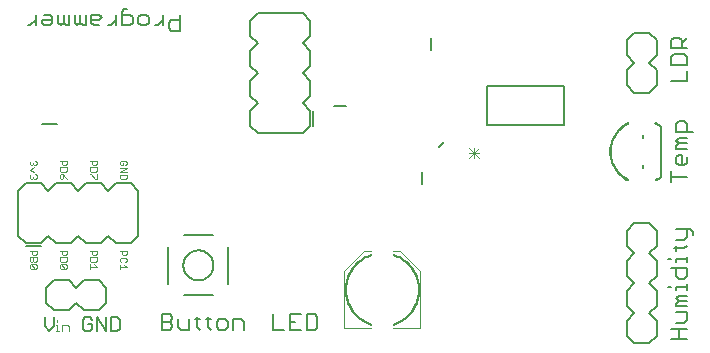
<source format=gto>
G75*
%MOIN*%
%OFA0B0*%
%FSLAX24Y24*%
%IPPOS*%
%LPD*%
%AMOC8*
5,1,8,0,0,1.08239X$1,22.5*
%
%ADD10C,0.0050*%
%ADD11C,0.0040*%
%ADD12C,0.0060*%
%ADD13C,0.0030*%
%ADD14C,0.0005*%
%ADD15C,0.0080*%
%ADD16C,0.0004*%
D10*
X002361Y001478D02*
X002511Y001328D01*
X002661Y001478D01*
X002661Y001779D01*
X002361Y001779D02*
X002361Y001478D01*
X003631Y001403D02*
X003706Y001328D01*
X003856Y001328D01*
X003931Y001403D01*
X003931Y001553D01*
X003781Y001553D01*
X003631Y001704D02*
X003631Y001403D01*
X003631Y001704D02*
X003706Y001779D01*
X003856Y001779D01*
X003931Y001704D01*
X004091Y001779D02*
X004392Y001328D01*
X004392Y001779D01*
X004552Y001779D02*
X004777Y001779D01*
X004852Y001704D01*
X004852Y001403D01*
X004777Y001328D01*
X004552Y001328D01*
X004552Y001779D01*
X004091Y001779D02*
X004091Y001328D01*
X022296Y006760D02*
X022296Y006866D01*
X022896Y006488D02*
X022896Y008138D01*
X022296Y007866D02*
X022296Y007760D01*
D11*
X014876Y003323D02*
X014206Y003993D01*
X013970Y003993D01*
X013222Y003993D02*
X012986Y003993D01*
X012316Y003323D01*
X012316Y001434D01*
X013222Y001434D01*
X013970Y001434D02*
X014876Y001434D01*
X014876Y003323D01*
X003148Y001478D02*
X003148Y001323D01*
X003148Y001478D02*
X003096Y001530D01*
X002941Y001530D01*
X002941Y001323D01*
X002829Y001323D02*
X002726Y001323D01*
X002778Y001323D02*
X002778Y001530D01*
X002726Y001530D01*
X002778Y001634D02*
X002778Y001685D01*
D12*
X006246Y001623D02*
X006516Y001623D01*
X006606Y001533D01*
X006606Y001443D01*
X006516Y001353D01*
X006246Y001353D01*
X006246Y001894D01*
X006516Y001894D01*
X006606Y001804D01*
X006606Y001714D01*
X006516Y001623D01*
X006798Y001714D02*
X006798Y001443D01*
X006889Y001353D01*
X007159Y001353D01*
X007159Y001714D01*
X007351Y001714D02*
X007531Y001714D01*
X007441Y001804D02*
X007441Y001443D01*
X007531Y001353D01*
X007809Y001443D02*
X007899Y001353D01*
X007809Y001443D02*
X007809Y001804D01*
X007719Y001714D02*
X007899Y001714D01*
X008088Y001623D02*
X008088Y001443D01*
X008178Y001353D01*
X008358Y001353D01*
X008448Y001443D01*
X008448Y001623D01*
X008358Y001714D01*
X008178Y001714D01*
X008088Y001623D01*
X008640Y001714D02*
X008640Y001353D01*
X009000Y001353D02*
X009000Y001623D01*
X008910Y001714D01*
X008640Y001714D01*
X009976Y001884D02*
X009976Y001343D01*
X010336Y001343D01*
X010528Y001343D02*
X010889Y001343D01*
X011081Y001343D02*
X011351Y001343D01*
X011441Y001433D01*
X011441Y001794D01*
X011351Y001884D01*
X011081Y001884D01*
X011081Y001343D01*
X010709Y001613D02*
X010528Y001613D01*
X010528Y001343D02*
X010528Y001884D01*
X010889Y001884D01*
X014916Y006213D02*
X014916Y006623D01*
X015496Y007453D02*
X015656Y007613D01*
X012406Y008813D02*
X012006Y008813D01*
X015236Y010703D02*
X015236Y011103D01*
X023226Y011018D02*
X023226Y010748D01*
X023766Y010748D01*
X023586Y010748D02*
X023586Y011018D01*
X023496Y011109D01*
X023316Y011109D01*
X023226Y011018D01*
X023586Y010928D02*
X023766Y011109D01*
X023676Y010556D02*
X023316Y010556D01*
X023226Y010466D01*
X023226Y010196D01*
X023766Y010196D01*
X023766Y010466D01*
X023676Y010556D01*
X023766Y010004D02*
X023766Y009643D01*
X023226Y009643D01*
X023496Y008311D02*
X023676Y008311D01*
X023766Y008221D01*
X023766Y007951D01*
X023946Y007951D02*
X023406Y007951D01*
X023406Y008221D01*
X023496Y008311D01*
X023496Y007759D02*
X023406Y007668D01*
X023496Y007578D01*
X023766Y007578D01*
X023766Y007759D02*
X023496Y007759D01*
X023496Y007578D02*
X023406Y007488D01*
X023406Y007398D01*
X023766Y007398D01*
X023586Y007206D02*
X023586Y006846D01*
X023676Y006846D02*
X023496Y006846D01*
X023406Y006936D01*
X023406Y007116D01*
X023496Y007206D01*
X023586Y007206D01*
X023766Y007116D02*
X023766Y006936D01*
X023676Y006846D01*
X023226Y006654D02*
X023226Y006293D01*
X023226Y006473D02*
X023766Y006473D01*
X023766Y004718D02*
X023766Y004448D01*
X023676Y004358D01*
X023406Y004358D01*
X023406Y004170D02*
X023406Y003990D01*
X023316Y004080D02*
X023676Y004080D01*
X023766Y004170D01*
X023766Y003802D02*
X023766Y003621D01*
X023766Y003712D02*
X023406Y003712D01*
X023406Y003621D01*
X023406Y003429D02*
X023406Y003159D01*
X023496Y003069D01*
X023676Y003069D01*
X023766Y003159D01*
X023766Y003429D01*
X023226Y003429D01*
X023226Y003712D02*
X023135Y003712D01*
X023135Y002791D02*
X023226Y002791D01*
X023406Y002791D02*
X023766Y002791D01*
X023766Y002701D02*
X023766Y002881D01*
X023406Y002791D02*
X023406Y002701D01*
X023496Y002509D02*
X023406Y002418D01*
X023496Y002328D01*
X023766Y002328D01*
X023766Y002148D02*
X023406Y002148D01*
X023406Y002238D01*
X023496Y002328D01*
X023496Y002509D02*
X023766Y002509D01*
X023766Y001956D02*
X023406Y001956D01*
X023766Y001956D02*
X023766Y001686D01*
X023676Y001596D01*
X023406Y001596D01*
X023496Y001404D02*
X023496Y001043D01*
X023766Y001043D02*
X023226Y001043D01*
X023226Y001404D02*
X023766Y001404D01*
X023946Y004538D02*
X023946Y004628D01*
X023856Y004718D01*
X023406Y004718D01*
X006846Y011333D02*
X006576Y011333D01*
X006486Y011423D01*
X006486Y011603D01*
X006576Y011693D01*
X006846Y011693D01*
X006846Y011873D02*
X006846Y011333D01*
X006294Y011513D02*
X006294Y011873D01*
X006294Y011693D02*
X006113Y011513D01*
X006023Y011513D01*
X005833Y011603D02*
X005833Y011783D01*
X005743Y011873D01*
X005563Y011873D01*
X005473Y011783D01*
X005473Y011603D01*
X005563Y011513D01*
X005743Y011513D01*
X005833Y011603D01*
X005281Y011603D02*
X005191Y011513D01*
X004920Y011513D01*
X004920Y011963D01*
X005010Y012053D01*
X005101Y012053D01*
X005191Y011873D02*
X004920Y011873D01*
X004728Y011873D02*
X004728Y011513D01*
X004548Y011513D02*
X004458Y011513D01*
X004548Y011513D02*
X004728Y011693D01*
X004268Y011783D02*
X004178Y011693D01*
X003907Y011693D01*
X003907Y011603D02*
X003907Y011873D01*
X004178Y011873D01*
X004268Y011783D01*
X003998Y011513D02*
X003907Y011603D01*
X003998Y011513D02*
X004178Y011513D01*
X003715Y011513D02*
X003625Y011513D01*
X003535Y011603D01*
X003445Y011513D01*
X003355Y011603D01*
X003355Y011873D01*
X003535Y011873D02*
X003535Y011603D01*
X003715Y011513D02*
X003715Y011873D01*
X003163Y011873D02*
X003163Y011513D01*
X003073Y011513D01*
X002983Y011603D01*
X002893Y011513D01*
X002803Y011603D01*
X002803Y011873D01*
X002983Y011873D02*
X002983Y011603D01*
X002610Y011603D02*
X002520Y011513D01*
X002340Y011513D01*
X002250Y011603D01*
X002250Y011693D01*
X002610Y011693D01*
X002610Y011783D02*
X002610Y011603D01*
X002610Y011783D02*
X002520Y011873D01*
X002340Y011873D01*
X002058Y011873D02*
X002058Y011513D01*
X002058Y011693D02*
X001878Y011513D01*
X001788Y011513D01*
X005191Y011873D02*
X005281Y011783D01*
X005281Y011603D01*
D13*
X005044Y006998D02*
X004898Y006998D01*
X004861Y006962D01*
X004861Y006888D01*
X004898Y006851D01*
X004971Y006851D01*
X004971Y006925D01*
X005044Y006998D02*
X005081Y006962D01*
X005081Y006888D01*
X005044Y006851D01*
X005081Y006768D02*
X004861Y006768D01*
X004861Y006621D02*
X005081Y006621D01*
X005081Y006538D02*
X005081Y006428D01*
X005044Y006391D01*
X004898Y006391D01*
X004861Y006428D01*
X004861Y006538D01*
X005081Y006538D01*
X005081Y006768D02*
X004861Y006621D01*
X004081Y006668D02*
X004044Y006631D01*
X003898Y006631D01*
X003861Y006668D01*
X003861Y006778D01*
X004081Y006778D01*
X004081Y006668D01*
X004081Y006548D02*
X004081Y006401D01*
X004044Y006401D01*
X003898Y006548D01*
X003861Y006548D01*
X003971Y006861D02*
X003934Y006898D01*
X003934Y007008D01*
X003861Y007008D02*
X004081Y007008D01*
X004081Y006898D01*
X004044Y006861D01*
X003971Y006861D01*
X003081Y006898D02*
X003044Y006861D01*
X002971Y006861D01*
X002934Y006898D01*
X002934Y007008D01*
X002861Y007008D02*
X003081Y007008D01*
X003081Y006898D01*
X003081Y006778D02*
X002861Y006778D01*
X002861Y006668D01*
X002898Y006631D01*
X003044Y006631D01*
X003081Y006668D01*
X003081Y006778D01*
X002971Y006548D02*
X002898Y006548D01*
X002861Y006511D01*
X002861Y006438D01*
X002898Y006401D01*
X002934Y006401D01*
X002971Y006438D01*
X002971Y006548D01*
X003044Y006474D01*
X003081Y006401D01*
X002081Y006438D02*
X002044Y006401D01*
X002008Y006401D01*
X001971Y006438D01*
X001934Y006401D01*
X001898Y006401D01*
X001861Y006438D01*
X001861Y006511D01*
X001898Y006548D01*
X001971Y006474D02*
X001971Y006438D01*
X002081Y006438D02*
X002081Y006511D01*
X002044Y006548D01*
X002008Y006631D02*
X001861Y006705D01*
X002008Y006778D01*
X002008Y006861D02*
X001971Y006898D01*
X001934Y006861D01*
X001898Y006861D01*
X001861Y006898D01*
X001861Y006972D01*
X001898Y007008D01*
X001971Y006935D02*
X001971Y006898D01*
X002008Y006861D02*
X002044Y006861D01*
X002081Y006898D01*
X002081Y006972D01*
X002044Y007008D01*
X002081Y004008D02*
X001861Y004008D01*
X001934Y004008D02*
X001934Y003898D01*
X001971Y003861D01*
X002044Y003861D01*
X002081Y003898D01*
X002081Y004008D01*
X002081Y003778D02*
X001861Y003778D01*
X001861Y003668D01*
X001898Y003631D01*
X001934Y003631D01*
X001971Y003668D01*
X001971Y003778D01*
X001971Y003668D02*
X002008Y003631D01*
X002044Y003631D01*
X002081Y003668D01*
X002081Y003778D01*
X002044Y003548D02*
X001898Y003548D01*
X002044Y003401D01*
X001898Y003401D01*
X001861Y003438D01*
X001861Y003511D01*
X001898Y003548D01*
X002044Y003548D02*
X002081Y003511D01*
X002081Y003438D01*
X002044Y003401D01*
X002861Y003438D02*
X002861Y003511D01*
X002898Y003548D01*
X003044Y003401D01*
X002898Y003401D01*
X002861Y003438D01*
X002898Y003548D02*
X003044Y003548D01*
X003081Y003511D01*
X003081Y003438D01*
X003044Y003401D01*
X003044Y003631D02*
X002898Y003631D01*
X002861Y003668D01*
X002861Y003778D01*
X003081Y003778D01*
X003081Y003668D01*
X003044Y003631D01*
X003044Y003861D02*
X002971Y003861D01*
X002934Y003898D01*
X002934Y004008D01*
X002861Y004008D02*
X003081Y004008D01*
X003081Y003898D01*
X003044Y003861D01*
X003861Y003778D02*
X003861Y003668D01*
X003898Y003631D01*
X004044Y003631D01*
X004081Y003668D01*
X004081Y003778D01*
X003861Y003778D01*
X003971Y003861D02*
X003934Y003898D01*
X003934Y004008D01*
X003861Y004008D02*
X004081Y004008D01*
X004081Y003898D01*
X004044Y003861D01*
X003971Y003861D01*
X004008Y003548D02*
X004081Y003474D01*
X003861Y003474D01*
X003861Y003401D02*
X003861Y003548D01*
X004861Y003538D02*
X004861Y003391D01*
X004861Y003464D02*
X005081Y003464D01*
X005008Y003538D01*
X005044Y003621D02*
X005081Y003658D01*
X005081Y003731D01*
X005044Y003768D01*
X004898Y003768D01*
X004861Y003731D01*
X004861Y003658D01*
X004898Y003621D01*
X004971Y003851D02*
X004934Y003888D01*
X004934Y003998D01*
X004861Y003998D02*
X005081Y003998D01*
X005081Y003888D01*
X005044Y003851D01*
X004971Y003851D01*
X016507Y007096D02*
X016821Y007410D01*
X016507Y007096D01*
X016507Y007253D02*
X016821Y007253D01*
X016507Y007253D01*
X016507Y007410D02*
X016821Y007096D01*
X016507Y007410D01*
X016664Y007410D02*
X016664Y007096D01*
X016664Y007410D01*
D14*
X022908Y008157D02*
X022880Y008121D01*
X022880Y008122D02*
X022832Y008157D01*
X022782Y008190D01*
X022730Y008220D01*
X022677Y008246D01*
X022695Y008287D01*
X022696Y008287D01*
X022752Y008259D01*
X022806Y008228D01*
X022858Y008194D01*
X022908Y008157D01*
X022906Y008154D01*
X022856Y008191D01*
X022804Y008225D01*
X022750Y008256D01*
X022694Y008284D01*
X022692Y008280D01*
X022748Y008252D01*
X022802Y008222D01*
X022853Y008188D01*
X022903Y008151D01*
X022901Y008148D01*
X022851Y008184D01*
X022799Y008218D01*
X022746Y008249D01*
X022691Y008276D01*
X022689Y008273D01*
X022744Y008245D01*
X022797Y008215D01*
X022849Y008181D01*
X022898Y008145D01*
X022896Y008141D01*
X022847Y008178D01*
X022795Y008211D01*
X022742Y008242D01*
X022687Y008269D01*
X022686Y008265D01*
X022740Y008238D01*
X022793Y008208D01*
X022844Y008175D01*
X022893Y008138D01*
X022891Y008135D01*
X022842Y008171D01*
X022791Y008205D01*
X022738Y008235D01*
X022684Y008262D01*
X022682Y008258D01*
X022736Y008231D01*
X022789Y008201D01*
X022840Y008168D01*
X022888Y008132D01*
X022886Y008129D01*
X022837Y008165D01*
X022787Y008198D01*
X022735Y008228D01*
X022681Y008255D01*
X022679Y008251D01*
X022733Y008224D01*
X022785Y008194D01*
X022835Y008161D01*
X022884Y008126D01*
X022881Y008123D01*
X022833Y008158D01*
X022783Y008191D01*
X022731Y008221D01*
X022677Y008247D01*
X021787Y008282D02*
X021806Y008242D01*
X021750Y008213D01*
X021696Y008182D01*
X021644Y008146D01*
X021595Y008108D01*
X021547Y008067D01*
X021503Y008023D01*
X021461Y007976D01*
X021422Y007927D01*
X021386Y007876D01*
X021353Y007822D01*
X021324Y007767D01*
X021298Y007710D01*
X021275Y007651D01*
X021256Y007592D01*
X021241Y007531D01*
X021230Y007469D01*
X021222Y007407D01*
X021218Y007344D01*
X021218Y007282D01*
X021222Y007219D01*
X021230Y007157D01*
X021241Y007095D01*
X021256Y007034D01*
X021275Y006975D01*
X021298Y006916D01*
X021324Y006859D01*
X021353Y006804D01*
X021386Y006750D01*
X021422Y006699D01*
X021461Y006650D01*
X021503Y006603D01*
X021547Y006559D01*
X021595Y006518D01*
X021644Y006480D01*
X021696Y006444D01*
X021750Y006413D01*
X021806Y006384D01*
X021787Y006344D01*
X021787Y006343D01*
X021728Y006373D01*
X021672Y006406D01*
X021618Y006443D01*
X021566Y006483D01*
X021517Y006526D01*
X021470Y006572D01*
X021426Y006621D01*
X021386Y006672D01*
X021348Y006725D01*
X021314Y006781D01*
X021283Y006839D01*
X021256Y006899D01*
X021233Y006960D01*
X021213Y007022D01*
X021197Y007086D01*
X021185Y007150D01*
X021177Y007215D01*
X021173Y007280D01*
X021173Y007346D01*
X021177Y007411D01*
X021185Y007476D01*
X021197Y007540D01*
X021213Y007604D01*
X021233Y007666D01*
X021256Y007727D01*
X021283Y007787D01*
X021314Y007845D01*
X021348Y007901D01*
X021386Y007954D01*
X021426Y008005D01*
X021470Y008054D01*
X021517Y008100D01*
X021566Y008143D01*
X021618Y008183D01*
X021672Y008220D01*
X021728Y008253D01*
X021787Y008283D01*
X021788Y008279D01*
X021730Y008249D01*
X021674Y008216D01*
X021620Y008180D01*
X021569Y008140D01*
X021519Y008097D01*
X021473Y008051D01*
X021429Y008003D01*
X021389Y007952D01*
X021352Y007898D01*
X021318Y007843D01*
X021287Y007785D01*
X021260Y007726D01*
X021237Y007665D01*
X021217Y007603D01*
X021201Y007539D01*
X021189Y007475D01*
X021181Y007411D01*
X021177Y007346D01*
X021177Y007280D01*
X021181Y007215D01*
X021189Y007151D01*
X021201Y007087D01*
X021217Y007023D01*
X021237Y006961D01*
X021260Y006900D01*
X021287Y006841D01*
X021318Y006783D01*
X021352Y006728D01*
X021389Y006674D01*
X021429Y006623D01*
X021473Y006575D01*
X021519Y006529D01*
X021569Y006486D01*
X021620Y006446D01*
X021674Y006410D01*
X021730Y006377D01*
X021788Y006347D01*
X021790Y006350D01*
X021732Y006380D01*
X021676Y006413D01*
X021623Y006450D01*
X021571Y006489D01*
X021522Y006532D01*
X021476Y006577D01*
X021432Y006626D01*
X021392Y006677D01*
X021355Y006730D01*
X021321Y006785D01*
X021291Y006843D01*
X021264Y006902D01*
X021240Y006962D01*
X021221Y007024D01*
X021205Y007087D01*
X021193Y007151D01*
X021185Y007216D01*
X021181Y007281D01*
X021181Y007345D01*
X021185Y007410D01*
X021193Y007475D01*
X021205Y007539D01*
X021221Y007602D01*
X021240Y007664D01*
X021264Y007724D01*
X021291Y007783D01*
X021321Y007841D01*
X021355Y007896D01*
X021392Y007949D01*
X021432Y008000D01*
X021476Y008049D01*
X021522Y008094D01*
X021571Y008137D01*
X021623Y008176D01*
X021676Y008213D01*
X021732Y008246D01*
X021790Y008276D01*
X021792Y008272D01*
X021734Y008242D01*
X021679Y008209D01*
X021625Y008173D01*
X021574Y008134D01*
X021525Y008091D01*
X021479Y008046D01*
X021436Y007998D01*
X021395Y007947D01*
X021358Y007894D01*
X021324Y007839D01*
X021294Y007782D01*
X021267Y007723D01*
X021244Y007662D01*
X021225Y007601D01*
X021209Y007538D01*
X021197Y007474D01*
X021189Y007410D01*
X021185Y007345D01*
X021185Y007281D01*
X021189Y007216D01*
X021197Y007152D01*
X021209Y007088D01*
X021225Y007025D01*
X021244Y006964D01*
X021267Y006903D01*
X021294Y006844D01*
X021324Y006787D01*
X021358Y006732D01*
X021395Y006679D01*
X021436Y006628D01*
X021479Y006580D01*
X021525Y006535D01*
X021574Y006492D01*
X021625Y006453D01*
X021679Y006417D01*
X021734Y006384D01*
X021792Y006354D01*
X021794Y006358D01*
X021736Y006387D01*
X021681Y006420D01*
X021627Y006456D01*
X021576Y006495D01*
X021528Y006538D01*
X021482Y006583D01*
X021439Y006631D01*
X021398Y006681D01*
X021362Y006734D01*
X021328Y006789D01*
X021298Y006846D01*
X021271Y006905D01*
X021248Y006965D01*
X021229Y007026D01*
X021213Y007089D01*
X021201Y007152D01*
X021193Y007216D01*
X021189Y007281D01*
X021189Y007345D01*
X021193Y007410D01*
X021201Y007474D01*
X021213Y007537D01*
X021229Y007600D01*
X021248Y007661D01*
X021271Y007721D01*
X021298Y007780D01*
X021328Y007837D01*
X021362Y007892D01*
X021398Y007945D01*
X021439Y007995D01*
X021482Y008043D01*
X021528Y008088D01*
X021576Y008131D01*
X021627Y008170D01*
X021681Y008206D01*
X021736Y008239D01*
X021794Y008268D01*
X021795Y008265D01*
X021738Y008235D01*
X021683Y008203D01*
X021630Y008167D01*
X021579Y008128D01*
X021530Y008085D01*
X021485Y008040D01*
X021442Y007993D01*
X021402Y007942D01*
X021365Y007890D01*
X021331Y007835D01*
X021301Y007778D01*
X021275Y007720D01*
X021252Y007660D01*
X021232Y007598D01*
X021217Y007536D01*
X021205Y007473D01*
X021197Y007409D01*
X021193Y007345D01*
X021193Y007281D01*
X021197Y007217D01*
X021205Y007153D01*
X021217Y007090D01*
X021232Y007028D01*
X021252Y006966D01*
X021275Y006906D01*
X021301Y006848D01*
X021331Y006791D01*
X021365Y006736D01*
X021402Y006684D01*
X021442Y006633D01*
X021485Y006586D01*
X021530Y006541D01*
X021579Y006498D01*
X021630Y006459D01*
X021683Y006423D01*
X021738Y006391D01*
X021795Y006361D01*
X021797Y006365D01*
X021740Y006394D01*
X021685Y006427D01*
X021632Y006463D01*
X021581Y006502D01*
X021533Y006544D01*
X021487Y006588D01*
X021445Y006636D01*
X021405Y006686D01*
X021368Y006739D01*
X021335Y006793D01*
X021305Y006850D01*
X021278Y006908D01*
X021255Y006968D01*
X021236Y007029D01*
X021221Y007091D01*
X021209Y007154D01*
X021201Y007217D01*
X021197Y007281D01*
X021197Y007345D01*
X021201Y007409D01*
X021209Y007472D01*
X021221Y007535D01*
X021236Y007597D01*
X021255Y007658D01*
X021278Y007718D01*
X021305Y007776D01*
X021335Y007833D01*
X021368Y007887D01*
X021405Y007940D01*
X021445Y007990D01*
X021487Y008038D01*
X021533Y008082D01*
X021581Y008124D01*
X021632Y008163D01*
X021685Y008199D01*
X021740Y008232D01*
X021797Y008261D01*
X021799Y008257D01*
X021742Y008228D01*
X021687Y008196D01*
X021634Y008160D01*
X021584Y008121D01*
X021536Y008080D01*
X021490Y008035D01*
X021448Y007987D01*
X021408Y007937D01*
X021372Y007885D01*
X021338Y007831D01*
X021308Y007775D01*
X021282Y007717D01*
X021259Y007657D01*
X021240Y007596D01*
X021225Y007534D01*
X021213Y007472D01*
X021205Y007408D01*
X021201Y007345D01*
X021201Y007281D01*
X021205Y007218D01*
X021213Y007154D01*
X021225Y007092D01*
X021240Y007030D01*
X021259Y006969D01*
X021282Y006909D01*
X021308Y006851D01*
X021338Y006795D01*
X021372Y006741D01*
X021408Y006689D01*
X021448Y006639D01*
X021490Y006591D01*
X021536Y006546D01*
X021584Y006505D01*
X021634Y006466D01*
X021687Y006430D01*
X021742Y006398D01*
X021799Y006369D01*
X021800Y006372D01*
X021744Y006401D01*
X021689Y006433D01*
X021637Y006469D01*
X021586Y006508D01*
X021538Y006549D01*
X021493Y006594D01*
X021451Y006641D01*
X021411Y006691D01*
X021375Y006743D01*
X021342Y006797D01*
X021312Y006853D01*
X021286Y006911D01*
X021263Y006970D01*
X021244Y007031D01*
X021229Y007092D01*
X021217Y007155D01*
X021209Y007218D01*
X021205Y007281D01*
X021205Y007345D01*
X021209Y007408D01*
X021217Y007471D01*
X021229Y007534D01*
X021244Y007595D01*
X021263Y007656D01*
X021286Y007715D01*
X021312Y007773D01*
X021342Y007829D01*
X021375Y007883D01*
X021411Y007935D01*
X021451Y007985D01*
X021493Y008032D01*
X021538Y008077D01*
X021586Y008118D01*
X021637Y008157D01*
X021689Y008193D01*
X021744Y008225D01*
X021800Y008254D01*
X021802Y008250D01*
X021746Y008221D01*
X021691Y008189D01*
X021639Y008154D01*
X021589Y008115D01*
X021541Y008074D01*
X021496Y008029D01*
X021454Y007982D01*
X021415Y007933D01*
X021378Y007881D01*
X021345Y007827D01*
X021316Y007771D01*
X021289Y007713D01*
X021267Y007654D01*
X021248Y007594D01*
X021233Y007533D01*
X021221Y007471D01*
X021213Y007408D01*
X021209Y007345D01*
X021209Y007281D01*
X021213Y007218D01*
X021221Y007155D01*
X021233Y007093D01*
X021248Y007032D01*
X021267Y006972D01*
X021289Y006913D01*
X021316Y006855D01*
X021345Y006799D01*
X021378Y006745D01*
X021415Y006693D01*
X021454Y006644D01*
X021496Y006597D01*
X021541Y006552D01*
X021589Y006511D01*
X021639Y006472D01*
X021691Y006437D01*
X021746Y006405D01*
X021802Y006376D01*
X021804Y006379D01*
X021748Y006408D01*
X021693Y006440D01*
X021641Y006476D01*
X021591Y006514D01*
X021544Y006555D01*
X021499Y006600D01*
X021457Y006646D01*
X021418Y006696D01*
X021382Y006747D01*
X021349Y006801D01*
X021319Y006857D01*
X021293Y006914D01*
X021271Y006973D01*
X021252Y007033D01*
X021236Y007094D01*
X021225Y007156D01*
X021217Y007219D01*
X021213Y007282D01*
X021213Y007344D01*
X021217Y007407D01*
X021225Y007470D01*
X021236Y007532D01*
X021252Y007593D01*
X021271Y007653D01*
X021293Y007712D01*
X021319Y007769D01*
X021349Y007825D01*
X021382Y007879D01*
X021418Y007930D01*
X021457Y007980D01*
X021499Y008026D01*
X021544Y008071D01*
X021591Y008112D01*
X021641Y008150D01*
X021693Y008186D01*
X021748Y008218D01*
X021804Y008247D01*
X021805Y008243D01*
X021750Y008214D01*
X021696Y008182D01*
X021644Y008147D01*
X021594Y008109D01*
X021547Y008068D01*
X021502Y008024D01*
X021460Y007977D01*
X021421Y007928D01*
X021385Y007876D01*
X021352Y007823D01*
X021323Y007767D01*
X021297Y007710D01*
X021274Y007652D01*
X021256Y007592D01*
X021240Y007531D01*
X021229Y007469D01*
X021221Y007407D01*
X021217Y007344D01*
X021217Y007282D01*
X021221Y007219D01*
X021229Y007157D01*
X021240Y007095D01*
X021256Y007034D01*
X021274Y006974D01*
X021297Y006916D01*
X021323Y006859D01*
X021352Y006803D01*
X021385Y006750D01*
X021421Y006698D01*
X021460Y006649D01*
X021502Y006602D01*
X021547Y006558D01*
X021594Y006517D01*
X021644Y006479D01*
X021696Y006444D01*
X021750Y006412D01*
X021805Y006383D01*
X022705Y006344D02*
X022686Y006384D01*
X022737Y006410D01*
X022787Y006439D01*
X022834Y006470D01*
X022880Y006504D01*
X022908Y006469D01*
X022860Y006433D01*
X022810Y006400D01*
X022759Y006370D01*
X022705Y006343D01*
X022704Y006347D01*
X022757Y006374D01*
X022808Y006404D01*
X022858Y006436D01*
X022906Y006472D01*
X022903Y006475D01*
X022856Y006440D01*
X022806Y006407D01*
X022755Y006377D01*
X022702Y006351D01*
X022700Y006354D01*
X022753Y006381D01*
X022804Y006411D01*
X022853Y006443D01*
X022901Y006478D01*
X022898Y006481D01*
X022851Y006446D01*
X022802Y006414D01*
X022751Y006384D01*
X022698Y006358D01*
X022697Y006361D01*
X022749Y006388D01*
X022800Y006417D01*
X022849Y006450D01*
X022896Y006485D01*
X022893Y006488D01*
X022846Y006453D01*
X022798Y006421D01*
X022747Y006391D01*
X022695Y006365D01*
X022693Y006369D01*
X022745Y006395D01*
X022796Y006424D01*
X022844Y006456D01*
X022891Y006491D01*
X022888Y006494D01*
X022842Y006459D01*
X022793Y006428D01*
X022743Y006398D01*
X022692Y006372D01*
X022690Y006376D01*
X022741Y006402D01*
X022791Y006431D01*
X022840Y006463D01*
X022886Y006497D01*
X022884Y006500D01*
X022837Y006466D01*
X022789Y006434D01*
X022740Y006406D01*
X022688Y006379D01*
X022687Y006383D01*
X022738Y006409D01*
X022787Y006438D01*
X022835Y006469D01*
X022881Y006503D01*
D15*
X022496Y004913D02*
X021996Y004913D01*
X021746Y004663D01*
X021746Y004163D01*
X021996Y003913D01*
X021746Y003663D01*
X021746Y003163D01*
X021996Y002913D01*
X021746Y002663D01*
X021746Y002163D01*
X021996Y001913D01*
X021746Y001663D01*
X021746Y001163D01*
X021996Y000913D01*
X022496Y000913D01*
X022746Y001163D01*
X022746Y001663D01*
X022496Y001913D01*
X022746Y002163D01*
X022746Y002663D01*
X022496Y002913D01*
X022746Y003163D01*
X022746Y003663D01*
X022496Y003913D01*
X022746Y004163D01*
X022746Y004663D01*
X022496Y004913D01*
X019676Y008193D02*
X017096Y008193D01*
X017096Y009493D01*
X019676Y009493D01*
X019676Y008193D01*
X021746Y009513D02*
X021746Y010013D01*
X021996Y010263D01*
X021746Y010513D01*
X021746Y011013D01*
X021996Y011263D01*
X022496Y011263D01*
X022746Y011013D01*
X022746Y010513D01*
X022496Y010263D01*
X022746Y010013D01*
X022746Y009513D01*
X022496Y009263D01*
X021996Y009263D01*
X021746Y009513D01*
X011296Y008663D02*
X011296Y008163D01*
X011196Y008163D02*
X010946Y007913D01*
X009446Y007913D01*
X009196Y008163D01*
X009196Y008663D01*
X009446Y008913D01*
X009196Y009163D01*
X009196Y009663D01*
X009446Y009913D01*
X009196Y010163D01*
X009196Y010663D01*
X009446Y010913D01*
X009196Y011163D01*
X009196Y011663D01*
X009446Y011913D01*
X010946Y011913D01*
X011196Y011663D01*
X011196Y011163D01*
X010946Y010913D01*
X011196Y010663D01*
X011196Y010163D01*
X010946Y009913D01*
X011196Y009663D01*
X011196Y009163D01*
X010946Y008913D01*
X011196Y008663D01*
X011196Y008163D01*
X010946Y007913D01*
X009446Y007913D01*
X009196Y008163D01*
X005466Y005993D02*
X005216Y006243D01*
X004716Y006243D01*
X004466Y005993D01*
X004216Y006243D01*
X003716Y006243D01*
X003466Y005993D01*
X003216Y006243D01*
X002716Y006243D01*
X002466Y005993D01*
X002216Y006243D01*
X001716Y006243D01*
X001466Y005993D01*
X001466Y004493D01*
X001716Y004243D01*
X002216Y004243D01*
X002466Y004493D01*
X002716Y004243D01*
X003216Y004243D01*
X003466Y004493D01*
X003716Y004243D01*
X004216Y004243D01*
X004466Y004493D01*
X004716Y004243D01*
X005216Y004243D01*
X005466Y004493D01*
X005466Y005993D01*
X006988Y004513D02*
X007976Y004513D01*
X008476Y004120D02*
X008476Y002907D01*
X007964Y002513D02*
X006988Y002513D01*
X006476Y002907D02*
X006476Y004120D01*
X006976Y003513D02*
X006978Y003557D01*
X006984Y003601D01*
X006994Y003644D01*
X007007Y003686D01*
X007024Y003727D01*
X007045Y003766D01*
X007069Y003803D01*
X007096Y003838D01*
X007126Y003870D01*
X007159Y003900D01*
X007195Y003926D01*
X007232Y003950D01*
X007272Y003969D01*
X007313Y003986D01*
X007356Y003998D01*
X007399Y004007D01*
X007443Y004012D01*
X007487Y004013D01*
X007531Y004010D01*
X007575Y004003D01*
X007618Y003992D01*
X007660Y003978D01*
X007700Y003960D01*
X007739Y003938D01*
X007775Y003914D01*
X007809Y003886D01*
X007841Y003855D01*
X007870Y003821D01*
X007896Y003785D01*
X007918Y003747D01*
X007937Y003707D01*
X007952Y003665D01*
X007964Y003623D01*
X007972Y003579D01*
X007976Y003535D01*
X007976Y003491D01*
X007972Y003447D01*
X007964Y003403D01*
X007952Y003361D01*
X007937Y003319D01*
X007918Y003279D01*
X007896Y003241D01*
X007870Y003205D01*
X007841Y003171D01*
X007809Y003140D01*
X007775Y003112D01*
X007739Y003088D01*
X007700Y003066D01*
X007660Y003048D01*
X007618Y003034D01*
X007575Y003023D01*
X007531Y003016D01*
X007487Y003013D01*
X007443Y003014D01*
X007399Y003019D01*
X007356Y003028D01*
X007313Y003040D01*
X007272Y003057D01*
X007232Y003076D01*
X007195Y003100D01*
X007159Y003126D01*
X007126Y003156D01*
X007096Y003188D01*
X007069Y003223D01*
X007045Y003260D01*
X007024Y003299D01*
X007007Y003340D01*
X006994Y003382D01*
X006984Y003425D01*
X006978Y003469D01*
X006976Y003513D01*
X004396Y002773D02*
X004396Y002273D01*
X004146Y002023D01*
X003646Y002023D01*
X003396Y002273D01*
X003146Y002023D01*
X002646Y002023D01*
X002396Y002273D01*
X002396Y002773D01*
X002646Y003023D01*
X003146Y003023D01*
X003396Y002773D01*
X003646Y003023D01*
X004146Y003023D01*
X004396Y002773D01*
X002216Y004143D02*
X001716Y004143D01*
X001716Y004243D02*
X001466Y004493D01*
X001466Y005993D01*
X001716Y006243D01*
X002256Y008241D02*
X002756Y008241D01*
D16*
X013977Y001536D02*
X013966Y001570D01*
X013966Y001569D02*
X014031Y001593D01*
X014094Y001619D01*
X014156Y001649D01*
X014216Y001683D01*
X014274Y001720D01*
X014329Y001761D01*
X014383Y001804D01*
X014433Y001851D01*
X014481Y001900D01*
X014526Y001952D01*
X014568Y002006D01*
X014607Y002063D01*
X014642Y002122D01*
X014674Y002182D01*
X014703Y002245D01*
X014728Y002309D01*
X014749Y002374D01*
X014767Y002441D01*
X014780Y002508D01*
X014790Y002576D01*
X014796Y002644D01*
X014798Y002713D01*
X014796Y002782D01*
X014790Y002850D01*
X014780Y002918D01*
X014767Y002985D01*
X014749Y003052D01*
X014728Y003117D01*
X014703Y003181D01*
X014674Y003244D01*
X014642Y003304D01*
X014607Y003363D01*
X014568Y003420D01*
X014526Y003474D01*
X014481Y003526D01*
X014433Y003575D01*
X014383Y003622D01*
X014329Y003665D01*
X014274Y003706D01*
X014216Y003743D01*
X014156Y003777D01*
X014094Y003807D01*
X014031Y003833D01*
X013966Y003857D01*
X013977Y003890D01*
X013977Y003891D01*
X014043Y003868D01*
X014106Y003841D01*
X014169Y003811D01*
X014229Y003777D01*
X014287Y003740D01*
X014344Y003700D01*
X014398Y003656D01*
X014449Y003610D01*
X014498Y003561D01*
X014544Y003509D01*
X014587Y003455D01*
X014627Y003399D01*
X014664Y003340D01*
X014697Y003279D01*
X014727Y003217D01*
X014753Y003153D01*
X014776Y003088D01*
X014795Y003021D01*
X014810Y002954D01*
X014822Y002885D01*
X014830Y002817D01*
X014834Y002748D01*
X014834Y002678D01*
X014830Y002609D01*
X014822Y002541D01*
X014810Y002472D01*
X014795Y002405D01*
X014776Y002338D01*
X014753Y002273D01*
X014727Y002209D01*
X014697Y002147D01*
X014664Y002086D01*
X014627Y002027D01*
X014587Y001971D01*
X014544Y001917D01*
X014498Y001865D01*
X014449Y001816D01*
X014398Y001770D01*
X014344Y001726D01*
X014287Y001686D01*
X014229Y001649D01*
X014169Y001615D01*
X014106Y001585D01*
X014043Y001558D01*
X013977Y001535D01*
X013976Y001538D01*
X014042Y001561D01*
X014105Y001588D01*
X014167Y001618D01*
X014228Y001652D01*
X014286Y001689D01*
X014342Y001729D01*
X014396Y001772D01*
X014447Y001818D01*
X014496Y001867D01*
X014542Y001919D01*
X014585Y001973D01*
X014624Y002029D01*
X014661Y002088D01*
X014694Y002148D01*
X014724Y002210D01*
X014750Y002274D01*
X014773Y002339D01*
X014792Y002406D01*
X014807Y002473D01*
X014819Y002541D01*
X014827Y002610D01*
X014831Y002678D01*
X014831Y002748D01*
X014827Y002816D01*
X014819Y002885D01*
X014807Y002953D01*
X014792Y003020D01*
X014773Y003087D01*
X014750Y003152D01*
X014724Y003216D01*
X014694Y003278D01*
X014661Y003338D01*
X014624Y003397D01*
X014585Y003453D01*
X014542Y003507D01*
X014496Y003559D01*
X014447Y003608D01*
X014396Y003654D01*
X014342Y003697D01*
X014286Y003737D01*
X014228Y003774D01*
X014167Y003808D01*
X014105Y003838D01*
X014042Y003865D01*
X013976Y003888D01*
X013976Y003885D01*
X014040Y003862D01*
X014104Y003835D01*
X014166Y003805D01*
X014226Y003772D01*
X014284Y003735D01*
X014340Y003695D01*
X014394Y003652D01*
X014445Y003606D01*
X014494Y003557D01*
X014539Y003505D01*
X014582Y003451D01*
X014622Y003395D01*
X014658Y003337D01*
X014692Y003277D01*
X014721Y003214D01*
X014748Y003151D01*
X014770Y003086D01*
X014789Y003020D01*
X014804Y002952D01*
X014816Y002885D01*
X014824Y002816D01*
X014828Y002747D01*
X014828Y002679D01*
X014824Y002610D01*
X014816Y002541D01*
X014804Y002474D01*
X014789Y002406D01*
X014770Y002340D01*
X014748Y002275D01*
X014721Y002212D01*
X014692Y002149D01*
X014658Y002089D01*
X014622Y002031D01*
X014582Y001975D01*
X014539Y001921D01*
X014494Y001869D01*
X014445Y001820D01*
X014394Y001774D01*
X014340Y001731D01*
X014284Y001691D01*
X014226Y001654D01*
X014166Y001621D01*
X014104Y001591D01*
X014040Y001564D01*
X013976Y001541D01*
X013975Y001544D01*
X014039Y001567D01*
X014103Y001593D01*
X014164Y001623D01*
X014224Y001657D01*
X014282Y001694D01*
X014338Y001734D01*
X014392Y001777D01*
X014443Y001822D01*
X014491Y001871D01*
X014537Y001922D01*
X014580Y001976D01*
X014619Y002032D01*
X014656Y002091D01*
X014689Y002151D01*
X014719Y002213D01*
X014745Y002276D01*
X014767Y002341D01*
X014786Y002407D01*
X014802Y002474D01*
X014813Y002542D01*
X014821Y002610D01*
X014825Y002679D01*
X014825Y002747D01*
X014821Y002816D01*
X014813Y002884D01*
X014802Y002952D01*
X014786Y003019D01*
X014767Y003085D01*
X014745Y003150D01*
X014719Y003213D01*
X014689Y003275D01*
X014656Y003335D01*
X014619Y003394D01*
X014580Y003450D01*
X014537Y003504D01*
X014491Y003555D01*
X014443Y003604D01*
X014392Y003649D01*
X014338Y003692D01*
X014282Y003732D01*
X014224Y003769D01*
X014164Y003803D01*
X014103Y003833D01*
X014039Y003859D01*
X013975Y003882D01*
X013974Y003879D01*
X014038Y003856D01*
X014101Y003830D01*
X014163Y003800D01*
X014223Y003767D01*
X014281Y003730D01*
X014337Y003690D01*
X014390Y003647D01*
X014441Y003601D01*
X014489Y003553D01*
X014535Y003502D01*
X014577Y003448D01*
X014617Y003392D01*
X014653Y003334D01*
X014686Y003274D01*
X014716Y003212D01*
X014742Y003149D01*
X014765Y003084D01*
X014783Y003018D01*
X014799Y002951D01*
X014810Y002884D01*
X014818Y002816D01*
X014822Y002747D01*
X014822Y002679D01*
X014818Y002610D01*
X014810Y002542D01*
X014799Y002475D01*
X014783Y002408D01*
X014765Y002342D01*
X014742Y002277D01*
X014716Y002214D01*
X014686Y002152D01*
X014653Y002092D01*
X014617Y002034D01*
X014577Y001978D01*
X014535Y001924D01*
X014489Y001873D01*
X014441Y001825D01*
X014390Y001779D01*
X014337Y001736D01*
X014281Y001696D01*
X014223Y001659D01*
X014163Y001626D01*
X014101Y001596D01*
X014038Y001570D01*
X013974Y001547D01*
X013973Y001549D01*
X014037Y001572D01*
X014100Y001599D01*
X014162Y001629D01*
X014221Y001662D01*
X014279Y001699D01*
X014335Y001738D01*
X014388Y001781D01*
X014439Y001827D01*
X014487Y001875D01*
X014532Y001926D01*
X014575Y001980D01*
X014614Y002036D01*
X014651Y002094D01*
X014684Y002154D01*
X014713Y002215D01*
X014739Y002278D01*
X014762Y002343D01*
X014781Y002409D01*
X014796Y002475D01*
X014807Y002543D01*
X014815Y002611D01*
X014819Y002679D01*
X014819Y002747D01*
X014815Y002815D01*
X014807Y002883D01*
X014796Y002951D01*
X014781Y003017D01*
X014762Y003083D01*
X014739Y003148D01*
X014713Y003211D01*
X014684Y003272D01*
X014651Y003332D01*
X014614Y003390D01*
X014575Y003446D01*
X014532Y003500D01*
X014487Y003551D01*
X014439Y003599D01*
X014388Y003645D01*
X014335Y003688D01*
X014279Y003727D01*
X014221Y003764D01*
X014162Y003797D01*
X014100Y003827D01*
X014037Y003854D01*
X013973Y003877D01*
X013972Y003874D01*
X014036Y003851D01*
X014099Y003824D01*
X014160Y003795D01*
X014220Y003761D01*
X014277Y003725D01*
X014333Y003685D01*
X014386Y003643D01*
X014437Y003597D01*
X014485Y003549D01*
X014530Y003498D01*
X014573Y003444D01*
X014612Y003389D01*
X014648Y003331D01*
X014681Y003271D01*
X014710Y003210D01*
X014736Y003147D01*
X014759Y003082D01*
X014778Y003017D01*
X014793Y002950D01*
X014804Y002883D01*
X014812Y002815D01*
X014816Y002747D01*
X014816Y002679D01*
X014812Y002611D01*
X014804Y002543D01*
X014793Y002476D01*
X014778Y002409D01*
X014759Y002344D01*
X014736Y002279D01*
X014710Y002216D01*
X014681Y002155D01*
X014648Y002095D01*
X014612Y002037D01*
X014573Y001982D01*
X014530Y001928D01*
X014485Y001877D01*
X014437Y001829D01*
X014386Y001783D01*
X014333Y001741D01*
X014277Y001701D01*
X014220Y001665D01*
X014160Y001631D01*
X014099Y001602D01*
X014036Y001575D01*
X013972Y001552D01*
X013971Y001555D01*
X014035Y001578D01*
X014098Y001604D01*
X014159Y001634D01*
X014218Y001667D01*
X014276Y001704D01*
X014331Y001743D01*
X014384Y001786D01*
X014435Y001831D01*
X014483Y001879D01*
X014528Y001930D01*
X014570Y001984D01*
X014609Y002039D01*
X014645Y002097D01*
X014678Y002156D01*
X014708Y002218D01*
X014734Y002281D01*
X014756Y002345D01*
X014775Y002410D01*
X014790Y002476D01*
X014801Y002543D01*
X014809Y002611D01*
X014813Y002679D01*
X014813Y002747D01*
X014809Y002815D01*
X014801Y002883D01*
X014790Y002950D01*
X014775Y003016D01*
X014756Y003081D01*
X014734Y003145D01*
X014708Y003208D01*
X014678Y003270D01*
X014645Y003329D01*
X014609Y003387D01*
X014570Y003442D01*
X014528Y003496D01*
X014483Y003547D01*
X014435Y003595D01*
X014384Y003640D01*
X014331Y003683D01*
X014276Y003722D01*
X014218Y003759D01*
X014159Y003792D01*
X014098Y003822D01*
X014035Y003848D01*
X013971Y003871D01*
X013970Y003868D01*
X014034Y003845D01*
X014097Y003819D01*
X014158Y003789D01*
X014217Y003756D01*
X014274Y003720D01*
X014329Y003681D01*
X014382Y003638D01*
X014433Y003593D01*
X014480Y003545D01*
X014526Y003494D01*
X014568Y003441D01*
X014607Y003385D01*
X014643Y003328D01*
X014676Y003268D01*
X014705Y003207D01*
X014731Y003144D01*
X014753Y003080D01*
X014772Y003015D01*
X014787Y002949D01*
X014798Y002882D01*
X014806Y002815D01*
X014810Y002747D01*
X014810Y002679D01*
X014806Y002611D01*
X014798Y002544D01*
X014787Y002477D01*
X014772Y002411D01*
X014753Y002346D01*
X014731Y002282D01*
X014705Y002219D01*
X014676Y002158D01*
X014643Y002098D01*
X014607Y002041D01*
X014568Y001985D01*
X014526Y001932D01*
X014480Y001881D01*
X014433Y001833D01*
X014382Y001788D01*
X014329Y001745D01*
X014274Y001706D01*
X014217Y001670D01*
X014158Y001637D01*
X014097Y001607D01*
X014034Y001581D01*
X013970Y001558D01*
X013969Y001561D01*
X014033Y001584D01*
X014095Y001610D01*
X014156Y001639D01*
X014215Y001672D01*
X014272Y001709D01*
X014327Y001748D01*
X014380Y001790D01*
X014431Y001836D01*
X014478Y001884D01*
X014523Y001934D01*
X014565Y001987D01*
X014604Y002042D01*
X014640Y002100D01*
X014673Y002159D01*
X014702Y002220D01*
X014728Y002283D01*
X014750Y002347D01*
X014769Y002412D01*
X014784Y002478D01*
X014795Y002544D01*
X014803Y002612D01*
X014807Y002679D01*
X014807Y002747D01*
X014803Y002814D01*
X014795Y002882D01*
X014784Y002948D01*
X014769Y003014D01*
X014750Y003079D01*
X014728Y003143D01*
X014702Y003206D01*
X014673Y003267D01*
X014640Y003326D01*
X014604Y003384D01*
X014565Y003439D01*
X014523Y003492D01*
X014478Y003542D01*
X014431Y003590D01*
X014380Y003636D01*
X014327Y003678D01*
X014272Y003717D01*
X014215Y003754D01*
X014156Y003787D01*
X014095Y003816D01*
X014033Y003842D01*
X013969Y003865D01*
X013968Y003862D01*
X014032Y003840D01*
X014094Y003814D01*
X014155Y003784D01*
X014214Y003751D01*
X014271Y003715D01*
X014326Y003676D01*
X014378Y003633D01*
X014429Y003588D01*
X014476Y003540D01*
X014521Y003490D01*
X014563Y003437D01*
X014602Y003382D01*
X014638Y003325D01*
X014670Y003266D01*
X014699Y003205D01*
X014725Y003142D01*
X014747Y003079D01*
X014766Y003014D01*
X014781Y002948D01*
X014792Y002881D01*
X014800Y002814D01*
X014804Y002747D01*
X014804Y002679D01*
X014800Y002612D01*
X014792Y002545D01*
X014781Y002478D01*
X014766Y002412D01*
X014747Y002347D01*
X014725Y002284D01*
X014699Y002221D01*
X014670Y002160D01*
X014638Y002101D01*
X014602Y002044D01*
X014563Y001989D01*
X014521Y001936D01*
X014476Y001886D01*
X014429Y001838D01*
X014378Y001793D01*
X014326Y001750D01*
X014271Y001711D01*
X014214Y001675D01*
X014155Y001642D01*
X014094Y001612D01*
X014032Y001586D01*
X013968Y001564D01*
X013967Y001567D01*
X014031Y001589D01*
X014093Y001615D01*
X014153Y001645D01*
X014212Y001677D01*
X014269Y001714D01*
X014324Y001753D01*
X014376Y001795D01*
X014426Y001840D01*
X014474Y001888D01*
X014519Y001938D01*
X014561Y001991D01*
X014599Y002046D01*
X014635Y002103D01*
X014668Y002162D01*
X014697Y002223D01*
X014722Y002285D01*
X014745Y002348D01*
X014763Y002413D01*
X014778Y002479D01*
X014789Y002545D01*
X014797Y002612D01*
X014801Y002679D01*
X014801Y002747D01*
X014797Y002814D01*
X014789Y002881D01*
X014778Y002947D01*
X014763Y003013D01*
X014745Y003078D01*
X014722Y003141D01*
X014697Y003203D01*
X014668Y003264D01*
X014635Y003323D01*
X014599Y003380D01*
X014561Y003435D01*
X014519Y003488D01*
X014474Y003538D01*
X014426Y003586D01*
X014376Y003631D01*
X014324Y003673D01*
X014269Y003712D01*
X014212Y003749D01*
X014153Y003781D01*
X014093Y003811D01*
X014031Y003837D01*
X013967Y003859D01*
X013215Y003890D02*
X013226Y003856D01*
X013226Y003857D02*
X013161Y003833D01*
X013098Y003807D01*
X013036Y003777D01*
X012976Y003743D01*
X012918Y003706D01*
X012863Y003665D01*
X012809Y003622D01*
X012759Y003575D01*
X012711Y003526D01*
X012666Y003474D01*
X012624Y003420D01*
X012585Y003363D01*
X012550Y003304D01*
X012518Y003244D01*
X012489Y003181D01*
X012464Y003117D01*
X012443Y003052D01*
X012425Y002985D01*
X012412Y002918D01*
X012402Y002850D01*
X012396Y002782D01*
X012394Y002713D01*
X012396Y002644D01*
X012402Y002576D01*
X012412Y002508D01*
X012425Y002441D01*
X012443Y002374D01*
X012464Y002309D01*
X012489Y002245D01*
X012518Y002182D01*
X012550Y002122D01*
X012585Y002063D01*
X012624Y002006D01*
X012666Y001952D01*
X012711Y001900D01*
X012759Y001851D01*
X012809Y001804D01*
X012863Y001761D01*
X012918Y001720D01*
X012976Y001683D01*
X013036Y001649D01*
X013098Y001619D01*
X013161Y001593D01*
X013226Y001569D01*
X013215Y001536D01*
X013215Y001535D01*
X013149Y001558D01*
X013086Y001585D01*
X013023Y001615D01*
X012963Y001649D01*
X012905Y001686D01*
X012848Y001726D01*
X012794Y001770D01*
X012743Y001816D01*
X012694Y001865D01*
X012648Y001917D01*
X012605Y001971D01*
X012565Y002027D01*
X012528Y002086D01*
X012495Y002147D01*
X012465Y002209D01*
X012439Y002273D01*
X012416Y002338D01*
X012397Y002405D01*
X012382Y002472D01*
X012370Y002541D01*
X012362Y002609D01*
X012358Y002678D01*
X012358Y002748D01*
X012362Y002817D01*
X012370Y002885D01*
X012382Y002954D01*
X012397Y003021D01*
X012416Y003088D01*
X012439Y003153D01*
X012465Y003217D01*
X012495Y003279D01*
X012528Y003340D01*
X012565Y003399D01*
X012605Y003455D01*
X012648Y003509D01*
X012694Y003561D01*
X012743Y003610D01*
X012794Y003656D01*
X012848Y003700D01*
X012905Y003740D01*
X012963Y003777D01*
X013023Y003811D01*
X013086Y003841D01*
X013149Y003868D01*
X013215Y003891D01*
X013216Y003888D01*
X013150Y003865D01*
X013087Y003838D01*
X013025Y003808D01*
X012964Y003774D01*
X012906Y003737D01*
X012850Y003697D01*
X012796Y003654D01*
X012745Y003608D01*
X012696Y003559D01*
X012650Y003507D01*
X012607Y003453D01*
X012568Y003397D01*
X012531Y003338D01*
X012498Y003278D01*
X012468Y003216D01*
X012442Y003152D01*
X012419Y003087D01*
X012400Y003020D01*
X012385Y002953D01*
X012373Y002885D01*
X012365Y002816D01*
X012361Y002748D01*
X012361Y002678D01*
X012365Y002610D01*
X012373Y002541D01*
X012385Y002473D01*
X012400Y002406D01*
X012419Y002339D01*
X012442Y002274D01*
X012468Y002210D01*
X012498Y002148D01*
X012531Y002088D01*
X012568Y002029D01*
X012607Y001973D01*
X012650Y001919D01*
X012696Y001867D01*
X012745Y001818D01*
X012796Y001772D01*
X012850Y001729D01*
X012906Y001689D01*
X012964Y001652D01*
X013025Y001618D01*
X013087Y001588D01*
X013150Y001561D01*
X013216Y001538D01*
X013216Y001541D01*
X013152Y001564D01*
X013088Y001591D01*
X013026Y001621D01*
X012966Y001654D01*
X012908Y001691D01*
X012852Y001731D01*
X012798Y001774D01*
X012747Y001820D01*
X012698Y001869D01*
X012653Y001921D01*
X012610Y001975D01*
X012570Y002031D01*
X012534Y002089D01*
X012500Y002149D01*
X012471Y002212D01*
X012444Y002275D01*
X012422Y002340D01*
X012403Y002406D01*
X012388Y002474D01*
X012376Y002541D01*
X012368Y002610D01*
X012364Y002679D01*
X012364Y002747D01*
X012368Y002816D01*
X012376Y002885D01*
X012388Y002952D01*
X012403Y003020D01*
X012422Y003086D01*
X012444Y003151D01*
X012471Y003214D01*
X012500Y003277D01*
X012534Y003337D01*
X012570Y003395D01*
X012610Y003451D01*
X012653Y003505D01*
X012698Y003557D01*
X012747Y003606D01*
X012798Y003652D01*
X012852Y003695D01*
X012908Y003735D01*
X012966Y003772D01*
X013026Y003805D01*
X013088Y003835D01*
X013152Y003862D01*
X013216Y003885D01*
X013217Y003882D01*
X013153Y003859D01*
X013089Y003833D01*
X013028Y003803D01*
X012968Y003769D01*
X012910Y003732D01*
X012854Y003692D01*
X012800Y003649D01*
X012749Y003604D01*
X012701Y003555D01*
X012655Y003504D01*
X012612Y003450D01*
X012573Y003394D01*
X012536Y003335D01*
X012503Y003275D01*
X012473Y003213D01*
X012447Y003150D01*
X012425Y003085D01*
X012406Y003019D01*
X012390Y002952D01*
X012379Y002884D01*
X012371Y002816D01*
X012367Y002747D01*
X012367Y002679D01*
X012371Y002610D01*
X012379Y002542D01*
X012390Y002474D01*
X012406Y002407D01*
X012425Y002341D01*
X012447Y002276D01*
X012473Y002213D01*
X012503Y002151D01*
X012536Y002091D01*
X012573Y002032D01*
X012612Y001976D01*
X012655Y001922D01*
X012701Y001871D01*
X012749Y001822D01*
X012800Y001777D01*
X012854Y001734D01*
X012910Y001694D01*
X012968Y001657D01*
X013028Y001623D01*
X013089Y001593D01*
X013153Y001567D01*
X013217Y001544D01*
X013218Y001547D01*
X013154Y001570D01*
X013091Y001596D01*
X013029Y001626D01*
X012969Y001659D01*
X012911Y001696D01*
X012855Y001736D01*
X012802Y001779D01*
X012751Y001825D01*
X012703Y001873D01*
X012657Y001924D01*
X012615Y001978D01*
X012575Y002034D01*
X012539Y002092D01*
X012506Y002152D01*
X012476Y002214D01*
X012450Y002277D01*
X012427Y002342D01*
X012409Y002408D01*
X012393Y002475D01*
X012382Y002542D01*
X012374Y002610D01*
X012370Y002679D01*
X012370Y002747D01*
X012374Y002816D01*
X012382Y002884D01*
X012393Y002951D01*
X012409Y003018D01*
X012427Y003084D01*
X012450Y003149D01*
X012476Y003212D01*
X012506Y003274D01*
X012539Y003334D01*
X012575Y003392D01*
X012615Y003448D01*
X012657Y003502D01*
X012703Y003553D01*
X012751Y003601D01*
X012802Y003647D01*
X012855Y003690D01*
X012911Y003730D01*
X012969Y003767D01*
X013029Y003800D01*
X013091Y003830D01*
X013154Y003856D01*
X013218Y003879D01*
X013219Y003877D01*
X013155Y003854D01*
X013092Y003827D01*
X013030Y003797D01*
X012971Y003764D01*
X012913Y003727D01*
X012857Y003688D01*
X012804Y003645D01*
X012753Y003599D01*
X012705Y003551D01*
X012660Y003500D01*
X012617Y003446D01*
X012578Y003390D01*
X012541Y003332D01*
X012508Y003272D01*
X012479Y003211D01*
X012453Y003148D01*
X012430Y003083D01*
X012411Y003017D01*
X012396Y002951D01*
X012385Y002883D01*
X012377Y002815D01*
X012373Y002747D01*
X012373Y002679D01*
X012377Y002611D01*
X012385Y002543D01*
X012396Y002475D01*
X012411Y002409D01*
X012430Y002343D01*
X012453Y002278D01*
X012479Y002215D01*
X012508Y002154D01*
X012541Y002094D01*
X012578Y002036D01*
X012617Y001980D01*
X012660Y001926D01*
X012705Y001875D01*
X012753Y001827D01*
X012804Y001781D01*
X012857Y001738D01*
X012913Y001699D01*
X012971Y001662D01*
X013030Y001629D01*
X013092Y001599D01*
X013155Y001572D01*
X013219Y001549D01*
X013220Y001552D01*
X013156Y001575D01*
X013093Y001602D01*
X013032Y001631D01*
X012972Y001665D01*
X012915Y001701D01*
X012859Y001741D01*
X012806Y001783D01*
X012755Y001829D01*
X012707Y001877D01*
X012662Y001928D01*
X012619Y001982D01*
X012580Y002037D01*
X012544Y002095D01*
X012511Y002155D01*
X012482Y002216D01*
X012456Y002279D01*
X012433Y002344D01*
X012414Y002409D01*
X012399Y002476D01*
X012388Y002543D01*
X012380Y002611D01*
X012376Y002679D01*
X012376Y002747D01*
X012380Y002815D01*
X012388Y002883D01*
X012399Y002950D01*
X012414Y003017D01*
X012433Y003082D01*
X012456Y003147D01*
X012482Y003210D01*
X012511Y003271D01*
X012544Y003331D01*
X012580Y003389D01*
X012619Y003444D01*
X012662Y003498D01*
X012707Y003549D01*
X012755Y003597D01*
X012806Y003643D01*
X012859Y003685D01*
X012915Y003725D01*
X012972Y003761D01*
X013032Y003795D01*
X013093Y003824D01*
X013156Y003851D01*
X013220Y003874D01*
X013221Y003871D01*
X013157Y003848D01*
X013094Y003822D01*
X013033Y003792D01*
X012974Y003759D01*
X012916Y003722D01*
X012861Y003683D01*
X012808Y003640D01*
X012757Y003595D01*
X012709Y003547D01*
X012664Y003496D01*
X012622Y003442D01*
X012583Y003387D01*
X012547Y003329D01*
X012514Y003270D01*
X012484Y003208D01*
X012458Y003145D01*
X012436Y003081D01*
X012417Y003016D01*
X012402Y002950D01*
X012391Y002883D01*
X012383Y002815D01*
X012379Y002747D01*
X012379Y002679D01*
X012383Y002611D01*
X012391Y002543D01*
X012402Y002476D01*
X012417Y002410D01*
X012436Y002345D01*
X012458Y002281D01*
X012484Y002218D01*
X012514Y002156D01*
X012547Y002097D01*
X012583Y002039D01*
X012622Y001984D01*
X012664Y001930D01*
X012709Y001879D01*
X012757Y001831D01*
X012808Y001786D01*
X012861Y001743D01*
X012916Y001704D01*
X012974Y001667D01*
X013033Y001634D01*
X013094Y001604D01*
X013157Y001578D01*
X013221Y001555D01*
X013222Y001558D01*
X013158Y001581D01*
X013095Y001607D01*
X013034Y001637D01*
X012975Y001670D01*
X012918Y001706D01*
X012863Y001745D01*
X012810Y001788D01*
X012759Y001833D01*
X012712Y001881D01*
X012666Y001932D01*
X012624Y001985D01*
X012585Y002041D01*
X012549Y002098D01*
X012516Y002158D01*
X012487Y002219D01*
X012461Y002282D01*
X012439Y002346D01*
X012420Y002411D01*
X012405Y002477D01*
X012394Y002544D01*
X012386Y002611D01*
X012382Y002679D01*
X012382Y002747D01*
X012386Y002815D01*
X012394Y002882D01*
X012405Y002949D01*
X012420Y003015D01*
X012439Y003080D01*
X012461Y003144D01*
X012487Y003207D01*
X012516Y003268D01*
X012549Y003328D01*
X012585Y003385D01*
X012624Y003441D01*
X012666Y003494D01*
X012712Y003545D01*
X012759Y003593D01*
X012810Y003638D01*
X012863Y003681D01*
X012918Y003720D01*
X012975Y003756D01*
X013034Y003789D01*
X013095Y003819D01*
X013158Y003845D01*
X013222Y003868D01*
X013223Y003865D01*
X013159Y003842D01*
X013097Y003816D01*
X013036Y003787D01*
X012977Y003754D01*
X012920Y003717D01*
X012865Y003678D01*
X012812Y003636D01*
X012761Y003590D01*
X012714Y003542D01*
X012669Y003492D01*
X012627Y003439D01*
X012588Y003384D01*
X012552Y003326D01*
X012519Y003267D01*
X012490Y003206D01*
X012464Y003143D01*
X012442Y003079D01*
X012423Y003014D01*
X012408Y002948D01*
X012397Y002882D01*
X012389Y002814D01*
X012385Y002747D01*
X012385Y002679D01*
X012389Y002612D01*
X012397Y002544D01*
X012408Y002478D01*
X012423Y002412D01*
X012442Y002347D01*
X012464Y002283D01*
X012490Y002220D01*
X012519Y002159D01*
X012552Y002100D01*
X012588Y002042D01*
X012627Y001987D01*
X012669Y001934D01*
X012714Y001884D01*
X012761Y001836D01*
X012812Y001790D01*
X012865Y001748D01*
X012920Y001709D01*
X012977Y001672D01*
X013036Y001639D01*
X013097Y001610D01*
X013159Y001584D01*
X013223Y001561D01*
X013224Y001564D01*
X013160Y001586D01*
X013098Y001612D01*
X013037Y001642D01*
X012978Y001675D01*
X012921Y001711D01*
X012866Y001750D01*
X012814Y001793D01*
X012763Y001838D01*
X012716Y001886D01*
X012671Y001936D01*
X012629Y001989D01*
X012590Y002044D01*
X012554Y002101D01*
X012522Y002160D01*
X012493Y002221D01*
X012467Y002284D01*
X012445Y002347D01*
X012426Y002412D01*
X012411Y002478D01*
X012400Y002545D01*
X012392Y002612D01*
X012388Y002679D01*
X012388Y002747D01*
X012392Y002814D01*
X012400Y002881D01*
X012411Y002948D01*
X012426Y003014D01*
X012445Y003079D01*
X012467Y003142D01*
X012493Y003205D01*
X012522Y003266D01*
X012554Y003325D01*
X012590Y003382D01*
X012629Y003437D01*
X012671Y003490D01*
X012716Y003540D01*
X012763Y003588D01*
X012814Y003633D01*
X012866Y003676D01*
X012921Y003715D01*
X012978Y003751D01*
X013037Y003784D01*
X013098Y003814D01*
X013160Y003840D01*
X013224Y003862D01*
X013225Y003859D01*
X013161Y003837D01*
X013099Y003811D01*
X013039Y003781D01*
X012980Y003749D01*
X012923Y003712D01*
X012868Y003673D01*
X012816Y003631D01*
X012766Y003586D01*
X012718Y003538D01*
X012673Y003488D01*
X012631Y003435D01*
X012593Y003380D01*
X012557Y003323D01*
X012524Y003264D01*
X012495Y003203D01*
X012470Y003141D01*
X012447Y003078D01*
X012429Y003013D01*
X012414Y002947D01*
X012403Y002881D01*
X012395Y002814D01*
X012391Y002747D01*
X012391Y002679D01*
X012395Y002612D01*
X012403Y002545D01*
X012414Y002479D01*
X012429Y002413D01*
X012447Y002348D01*
X012470Y002285D01*
X012495Y002223D01*
X012524Y002162D01*
X012557Y002103D01*
X012593Y002046D01*
X012631Y001991D01*
X012673Y001938D01*
X012718Y001888D01*
X012766Y001840D01*
X012816Y001795D01*
X012868Y001753D01*
X012923Y001714D01*
X012980Y001677D01*
X013039Y001645D01*
X013099Y001615D01*
X013161Y001589D01*
X013225Y001567D01*
M02*

</source>
